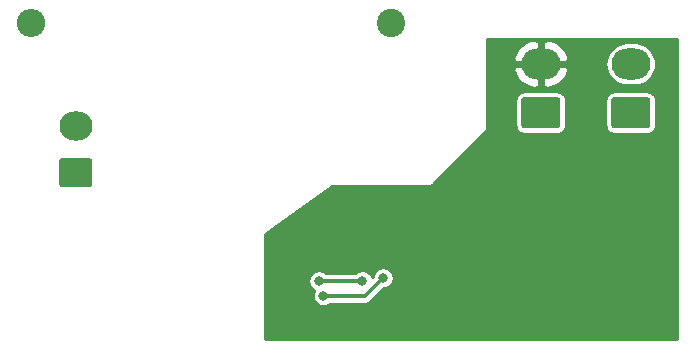
<source format=gbr>
%TF.GenerationSoftware,KiCad,Pcbnew,5.1.7-a382d34a8~88~ubuntu18.04.1*%
%TF.CreationDate,2021-02-25T09:43:27-05:00*%
%TF.ProjectId,TSAL,5453414c-2e6b-4696-9361-645f70636258,rev?*%
%TF.SameCoordinates,Original*%
%TF.FileFunction,Copper,L2,Bot*%
%TF.FilePolarity,Positive*%
%FSLAX46Y46*%
G04 Gerber Fmt 4.6, Leading zero omitted, Abs format (unit mm)*
G04 Created by KiCad (PCBNEW 5.1.7-a382d34a8~88~ubuntu18.04.1) date 2021-02-25 09:43:27*
%MOMM*%
%LPD*%
G01*
G04 APERTURE LIST*
%TA.AperFunction,ComponentPad*%
%ADD10O,2.400000X2.400000*%
%TD*%
%TA.AperFunction,ComponentPad*%
%ADD11C,2.400000*%
%TD*%
%TA.AperFunction,ComponentPad*%
%ADD12O,3.300000X2.640000*%
%TD*%
%TA.AperFunction,ComponentPad*%
%ADD13O,2.800000X2.460000*%
%TD*%
%TA.AperFunction,ViaPad*%
%ADD14C,0.800000*%
%TD*%
%TA.AperFunction,Conductor*%
%ADD15C,0.360000*%
%TD*%
%TA.AperFunction,Conductor*%
%ADD16C,0.254000*%
%TD*%
%TA.AperFunction,Conductor*%
%ADD17C,0.100000*%
%TD*%
G04 APERTURE END LIST*
D10*
%TO.P,R1,2*%
%TO.N,/HV+*%
X128270000Y-71120000D03*
D11*
%TO.P,R1,1*%
%TO.N,Net-(R1-Pad1)*%
X158750000Y-71120000D03*
%TD*%
D12*
%TO.P,J3,2*%
%TO.N,+12V*%
X179070000Y-74600000D03*
%TO.P,J3,1*%
%TO.N,/RED_ON*%
%TA.AperFunction,ComponentPad*%
G36*
G01*
X180720000Y-77670000D02*
X180720000Y-79810000D01*
G75*
G02*
X180470000Y-80060000I-250000J0D01*
G01*
X177670000Y-80060000D01*
G75*
G02*
X177420000Y-79810000I0J250000D01*
G01*
X177420000Y-77670000D01*
G75*
G02*
X177670000Y-77420000I250000J0D01*
G01*
X180470000Y-77420000D01*
G75*
G02*
X180720000Y-77670000I0J-250000D01*
G01*
G37*
%TD.AperFunction*%
%TD*%
%TO.P,J2,2*%
%TO.N,GND*%
X171450000Y-74600000D03*
%TO.P,J2,1*%
%TO.N,+12V*%
%TA.AperFunction,ComponentPad*%
G36*
G01*
X173100000Y-77670000D02*
X173100000Y-79810000D01*
G75*
G02*
X172850000Y-80060000I-250000J0D01*
G01*
X170050000Y-80060000D01*
G75*
G02*
X169800000Y-79810000I0J250000D01*
G01*
X169800000Y-77670000D01*
G75*
G02*
X170050000Y-77420000I250000J0D01*
G01*
X172850000Y-77420000D01*
G75*
G02*
X173100000Y-77670000I0J-250000D01*
G01*
G37*
%TD.AperFunction*%
%TD*%
D13*
%TO.P,J1,2*%
%TO.N,/HV+*%
X132080000Y-79860000D03*
%TO.P,J1,1*%
%TO.N,/HV-*%
%TA.AperFunction,ComponentPad*%
G36*
G01*
X133230001Y-85050000D02*
X130929999Y-85050000D01*
G75*
G02*
X130680000Y-84800001I0J249999D01*
G01*
X130680000Y-82839999D01*
G75*
G02*
X130929999Y-82590000I249999J0D01*
G01*
X133230001Y-82590000D01*
G75*
G02*
X133480000Y-82839999I0J-249999D01*
G01*
X133480000Y-84800001D01*
G75*
G02*
X133230001Y-85050000I-249999J0D01*
G01*
G37*
%TD.AperFunction*%
%TD*%
D14*
%TO.N,GND*%
X168148000Y-82804000D03*
X166878000Y-83820000D03*
X165608000Y-84836000D03*
X160274000Y-88646000D03*
X158750000Y-88646000D03*
X156972000Y-88646000D03*
X153670000Y-91821000D03*
X151765000Y-88392000D03*
X153670000Y-96012000D03*
X182372000Y-92964000D03*
X182372000Y-94488000D03*
X182372000Y-96012000D03*
X182372000Y-97536000D03*
X171704000Y-92964000D03*
X171704000Y-94488000D03*
X171704000Y-96012000D03*
X171704000Y-97536000D03*
X177292000Y-92964000D03*
X177292000Y-94488000D03*
X177292000Y-96012000D03*
X177292000Y-97536000D03*
X149860000Y-88392000D03*
%TO.N,/pass*%
X158115000Y-92710000D03*
X153035000Y-94234000D03*
%TO.N,Net-(R3-Pad2)*%
X152654000Y-92964000D03*
X156355000Y-92964000D03*
%TD*%
D15*
%TO.N,/pass*%
X158115000Y-92710000D02*
X156591000Y-94234000D01*
X156591000Y-94234000D02*
X153035000Y-94234000D01*
%TO.N,Net-(R3-Pad2)*%
X152654000Y-92964000D02*
X156355000Y-92964000D01*
%TD*%
D16*
%TO.N,GND*%
X183003001Y-97764852D02*
X183003001Y-97913000D01*
X148082000Y-97913000D01*
X148082000Y-92876638D01*
X151767000Y-92876638D01*
X151767000Y-93051362D01*
X151801087Y-93222728D01*
X151867951Y-93384152D01*
X151965022Y-93529430D01*
X152088570Y-93652978D01*
X152233848Y-93750049D01*
X152279065Y-93768779D01*
X152248951Y-93813848D01*
X152182087Y-93975272D01*
X152148000Y-94146638D01*
X152148000Y-94321362D01*
X152182087Y-94492728D01*
X152248951Y-94654152D01*
X152346022Y-94799430D01*
X152469570Y-94922978D01*
X152614848Y-95020049D01*
X152776272Y-95086913D01*
X152947638Y-95121000D01*
X153122362Y-95121000D01*
X153293728Y-95086913D01*
X153455152Y-95020049D01*
X153600430Y-94922978D01*
X153622408Y-94901000D01*
X156558246Y-94901000D01*
X156591000Y-94904226D01*
X156623754Y-94901000D01*
X156623765Y-94901000D01*
X156721755Y-94891349D01*
X156847485Y-94853209D01*
X156963358Y-94791273D01*
X157064922Y-94707922D01*
X157085813Y-94682466D01*
X158171280Y-93597000D01*
X158202362Y-93597000D01*
X158373728Y-93562913D01*
X158535152Y-93496049D01*
X158680430Y-93398978D01*
X158803978Y-93275430D01*
X158901049Y-93130152D01*
X158967913Y-92968728D01*
X159002000Y-92797362D01*
X159002000Y-92622638D01*
X158967913Y-92451272D01*
X158901049Y-92289848D01*
X158803978Y-92144570D01*
X158680430Y-92021022D01*
X158535152Y-91923951D01*
X158373728Y-91857087D01*
X158202362Y-91823000D01*
X158027638Y-91823000D01*
X157856272Y-91857087D01*
X157694848Y-91923951D01*
X157549570Y-92021022D01*
X157426022Y-92144570D01*
X157328951Y-92289848D01*
X157262087Y-92451272D01*
X157228000Y-92622638D01*
X157228000Y-92653720D01*
X157198697Y-92683023D01*
X157141049Y-92543848D01*
X157043978Y-92398570D01*
X156920430Y-92275022D01*
X156775152Y-92177951D01*
X156613728Y-92111087D01*
X156442362Y-92077000D01*
X156267638Y-92077000D01*
X156096272Y-92111087D01*
X155934848Y-92177951D01*
X155789570Y-92275022D01*
X155767592Y-92297000D01*
X153241408Y-92297000D01*
X153219430Y-92275022D01*
X153074152Y-92177951D01*
X152912728Y-92111087D01*
X152741362Y-92077000D01*
X152566638Y-92077000D01*
X152395272Y-92111087D01*
X152233848Y-92177951D01*
X152088570Y-92275022D01*
X151965022Y-92398570D01*
X151867951Y-92543848D01*
X151801087Y-92705272D01*
X151767000Y-92876638D01*
X148082000Y-92876638D01*
X148082000Y-88966123D01*
X153795033Y-84967000D01*
X161899860Y-84967000D01*
X161925000Y-84969476D01*
X161950140Y-84967000D01*
X161950148Y-84967000D01*
X162025369Y-84959591D01*
X162121882Y-84930315D01*
X162210828Y-84882772D01*
X162288790Y-84818790D01*
X162304827Y-84799249D01*
X166714255Y-80389822D01*
X166733790Y-80373790D01*
X166797772Y-80295828D01*
X166845315Y-80206882D01*
X166874591Y-80110369D01*
X166882000Y-80035148D01*
X166882000Y-80035141D01*
X166884476Y-80010001D01*
X166882000Y-79984860D01*
X166882000Y-77670000D01*
X169310644Y-77670000D01*
X169310644Y-79810000D01*
X169324851Y-79954241D01*
X169366924Y-80092939D01*
X169435248Y-80220764D01*
X169527196Y-80332804D01*
X169639236Y-80424752D01*
X169767061Y-80493076D01*
X169905759Y-80535149D01*
X170050000Y-80549356D01*
X172850000Y-80549356D01*
X172994241Y-80535149D01*
X173132939Y-80493076D01*
X173260764Y-80424752D01*
X173372804Y-80332804D01*
X173464752Y-80220764D01*
X173533076Y-80092939D01*
X173575149Y-79954241D01*
X173589356Y-79810000D01*
X173589356Y-77670000D01*
X176930644Y-77670000D01*
X176930644Y-79810000D01*
X176944851Y-79954241D01*
X176986924Y-80092939D01*
X177055248Y-80220764D01*
X177147196Y-80332804D01*
X177259236Y-80424752D01*
X177387061Y-80493076D01*
X177525759Y-80535149D01*
X177670000Y-80549356D01*
X180470000Y-80549356D01*
X180614241Y-80535149D01*
X180752939Y-80493076D01*
X180880764Y-80424752D01*
X180992804Y-80332804D01*
X181084752Y-80220764D01*
X181153076Y-80092939D01*
X181195149Y-79954241D01*
X181209356Y-79810000D01*
X181209356Y-77670000D01*
X181195149Y-77525759D01*
X181153076Y-77387061D01*
X181084752Y-77259236D01*
X180992804Y-77147196D01*
X180880764Y-77055248D01*
X180752939Y-76986924D01*
X180614241Y-76944851D01*
X180470000Y-76930644D01*
X177670000Y-76930644D01*
X177525759Y-76944851D01*
X177387061Y-76986924D01*
X177259236Y-77055248D01*
X177147196Y-77147196D01*
X177055248Y-77259236D01*
X176986924Y-77387061D01*
X176944851Y-77525759D01*
X176930644Y-77670000D01*
X173589356Y-77670000D01*
X173575149Y-77525759D01*
X173533076Y-77387061D01*
X173464752Y-77259236D01*
X173372804Y-77147196D01*
X173260764Y-77055248D01*
X173132939Y-76986924D01*
X172994241Y-76944851D01*
X172850000Y-76930644D01*
X170050000Y-76930644D01*
X169905759Y-76944851D01*
X169767061Y-76986924D01*
X169639236Y-77055248D01*
X169527196Y-77147196D01*
X169435248Y-77259236D01*
X169366924Y-77387061D01*
X169324851Y-77525759D01*
X169310644Y-77670000D01*
X166882000Y-77670000D01*
X166882000Y-75089946D01*
X169132499Y-75089946D01*
X169159773Y-75232069D01*
X169320749Y-75602345D01*
X169550869Y-75934102D01*
X169841290Y-76214590D01*
X170180851Y-76433030D01*
X170556503Y-76581028D01*
X170953810Y-76652896D01*
X171277000Y-76471869D01*
X171277000Y-74773000D01*
X171623000Y-74773000D01*
X171623000Y-76471869D01*
X171946190Y-76652896D01*
X172343497Y-76581028D01*
X172719149Y-76433030D01*
X173058710Y-76214590D01*
X173349131Y-75934102D01*
X173579251Y-75602345D01*
X173740227Y-75232069D01*
X173767501Y-75089946D01*
X173637210Y-74773000D01*
X171623000Y-74773000D01*
X171277000Y-74773000D01*
X169262790Y-74773000D01*
X169132499Y-75089946D01*
X166882000Y-75089946D01*
X166882000Y-74600000D01*
X176924257Y-74600000D01*
X176959146Y-74954234D01*
X177062472Y-75294855D01*
X177230265Y-75608773D01*
X177456076Y-75883924D01*
X177731227Y-76109735D01*
X178045145Y-76277528D01*
X178385766Y-76380854D01*
X178651231Y-76407000D01*
X179488769Y-76407000D01*
X179754234Y-76380854D01*
X180094855Y-76277528D01*
X180408773Y-76109735D01*
X180683924Y-75883924D01*
X180909735Y-75608773D01*
X181077528Y-75294855D01*
X181180854Y-74954234D01*
X181215743Y-74600000D01*
X181180854Y-74245766D01*
X181077528Y-73905145D01*
X180909735Y-73591227D01*
X180683924Y-73316076D01*
X180408773Y-73090265D01*
X180094855Y-72922472D01*
X179754234Y-72819146D01*
X179488769Y-72793000D01*
X178651231Y-72793000D01*
X178385766Y-72819146D01*
X178045145Y-72922472D01*
X177731227Y-73090265D01*
X177456076Y-73316076D01*
X177230265Y-73591227D01*
X177062472Y-73905145D01*
X176959146Y-74245766D01*
X176924257Y-74600000D01*
X166882000Y-74600000D01*
X166882000Y-74110054D01*
X169132499Y-74110054D01*
X169262790Y-74427000D01*
X171277000Y-74427000D01*
X171277000Y-72728131D01*
X171623000Y-72728131D01*
X171623000Y-74427000D01*
X173637210Y-74427000D01*
X173767501Y-74110054D01*
X173740227Y-73967931D01*
X173579251Y-73597655D01*
X173349131Y-73265898D01*
X173058710Y-72985410D01*
X172719149Y-72766970D01*
X172343497Y-72618972D01*
X171946190Y-72547104D01*
X171623000Y-72728131D01*
X171277000Y-72728131D01*
X170953810Y-72547104D01*
X170556503Y-72618972D01*
X170180851Y-72766970D01*
X169841290Y-72985410D01*
X169550869Y-73265898D01*
X169320749Y-73597655D01*
X169159773Y-73967931D01*
X169132499Y-74110054D01*
X166882000Y-74110054D01*
X166882000Y-72517000D01*
X183003000Y-72517000D01*
X183003001Y-97764852D01*
%TA.AperFunction,Conductor*%
D17*
G36*
X183003001Y-97764852D02*
G01*
X183003001Y-97913000D01*
X148082000Y-97913000D01*
X148082000Y-92876638D01*
X151767000Y-92876638D01*
X151767000Y-93051362D01*
X151801087Y-93222728D01*
X151867951Y-93384152D01*
X151965022Y-93529430D01*
X152088570Y-93652978D01*
X152233848Y-93750049D01*
X152279065Y-93768779D01*
X152248951Y-93813848D01*
X152182087Y-93975272D01*
X152148000Y-94146638D01*
X152148000Y-94321362D01*
X152182087Y-94492728D01*
X152248951Y-94654152D01*
X152346022Y-94799430D01*
X152469570Y-94922978D01*
X152614848Y-95020049D01*
X152776272Y-95086913D01*
X152947638Y-95121000D01*
X153122362Y-95121000D01*
X153293728Y-95086913D01*
X153455152Y-95020049D01*
X153600430Y-94922978D01*
X153622408Y-94901000D01*
X156558246Y-94901000D01*
X156591000Y-94904226D01*
X156623754Y-94901000D01*
X156623765Y-94901000D01*
X156721755Y-94891349D01*
X156847485Y-94853209D01*
X156963358Y-94791273D01*
X157064922Y-94707922D01*
X157085813Y-94682466D01*
X158171280Y-93597000D01*
X158202362Y-93597000D01*
X158373728Y-93562913D01*
X158535152Y-93496049D01*
X158680430Y-93398978D01*
X158803978Y-93275430D01*
X158901049Y-93130152D01*
X158967913Y-92968728D01*
X159002000Y-92797362D01*
X159002000Y-92622638D01*
X158967913Y-92451272D01*
X158901049Y-92289848D01*
X158803978Y-92144570D01*
X158680430Y-92021022D01*
X158535152Y-91923951D01*
X158373728Y-91857087D01*
X158202362Y-91823000D01*
X158027638Y-91823000D01*
X157856272Y-91857087D01*
X157694848Y-91923951D01*
X157549570Y-92021022D01*
X157426022Y-92144570D01*
X157328951Y-92289848D01*
X157262087Y-92451272D01*
X157228000Y-92622638D01*
X157228000Y-92653720D01*
X157198697Y-92683023D01*
X157141049Y-92543848D01*
X157043978Y-92398570D01*
X156920430Y-92275022D01*
X156775152Y-92177951D01*
X156613728Y-92111087D01*
X156442362Y-92077000D01*
X156267638Y-92077000D01*
X156096272Y-92111087D01*
X155934848Y-92177951D01*
X155789570Y-92275022D01*
X155767592Y-92297000D01*
X153241408Y-92297000D01*
X153219430Y-92275022D01*
X153074152Y-92177951D01*
X152912728Y-92111087D01*
X152741362Y-92077000D01*
X152566638Y-92077000D01*
X152395272Y-92111087D01*
X152233848Y-92177951D01*
X152088570Y-92275022D01*
X151965022Y-92398570D01*
X151867951Y-92543848D01*
X151801087Y-92705272D01*
X151767000Y-92876638D01*
X148082000Y-92876638D01*
X148082000Y-88966123D01*
X153795033Y-84967000D01*
X161899860Y-84967000D01*
X161925000Y-84969476D01*
X161950140Y-84967000D01*
X161950148Y-84967000D01*
X162025369Y-84959591D01*
X162121882Y-84930315D01*
X162210828Y-84882772D01*
X162288790Y-84818790D01*
X162304827Y-84799249D01*
X166714255Y-80389822D01*
X166733790Y-80373790D01*
X166797772Y-80295828D01*
X166845315Y-80206882D01*
X166874591Y-80110369D01*
X166882000Y-80035148D01*
X166882000Y-80035141D01*
X166884476Y-80010001D01*
X166882000Y-79984860D01*
X166882000Y-77670000D01*
X169310644Y-77670000D01*
X169310644Y-79810000D01*
X169324851Y-79954241D01*
X169366924Y-80092939D01*
X169435248Y-80220764D01*
X169527196Y-80332804D01*
X169639236Y-80424752D01*
X169767061Y-80493076D01*
X169905759Y-80535149D01*
X170050000Y-80549356D01*
X172850000Y-80549356D01*
X172994241Y-80535149D01*
X173132939Y-80493076D01*
X173260764Y-80424752D01*
X173372804Y-80332804D01*
X173464752Y-80220764D01*
X173533076Y-80092939D01*
X173575149Y-79954241D01*
X173589356Y-79810000D01*
X173589356Y-77670000D01*
X176930644Y-77670000D01*
X176930644Y-79810000D01*
X176944851Y-79954241D01*
X176986924Y-80092939D01*
X177055248Y-80220764D01*
X177147196Y-80332804D01*
X177259236Y-80424752D01*
X177387061Y-80493076D01*
X177525759Y-80535149D01*
X177670000Y-80549356D01*
X180470000Y-80549356D01*
X180614241Y-80535149D01*
X180752939Y-80493076D01*
X180880764Y-80424752D01*
X180992804Y-80332804D01*
X181084752Y-80220764D01*
X181153076Y-80092939D01*
X181195149Y-79954241D01*
X181209356Y-79810000D01*
X181209356Y-77670000D01*
X181195149Y-77525759D01*
X181153076Y-77387061D01*
X181084752Y-77259236D01*
X180992804Y-77147196D01*
X180880764Y-77055248D01*
X180752939Y-76986924D01*
X180614241Y-76944851D01*
X180470000Y-76930644D01*
X177670000Y-76930644D01*
X177525759Y-76944851D01*
X177387061Y-76986924D01*
X177259236Y-77055248D01*
X177147196Y-77147196D01*
X177055248Y-77259236D01*
X176986924Y-77387061D01*
X176944851Y-77525759D01*
X176930644Y-77670000D01*
X173589356Y-77670000D01*
X173575149Y-77525759D01*
X173533076Y-77387061D01*
X173464752Y-77259236D01*
X173372804Y-77147196D01*
X173260764Y-77055248D01*
X173132939Y-76986924D01*
X172994241Y-76944851D01*
X172850000Y-76930644D01*
X170050000Y-76930644D01*
X169905759Y-76944851D01*
X169767061Y-76986924D01*
X169639236Y-77055248D01*
X169527196Y-77147196D01*
X169435248Y-77259236D01*
X169366924Y-77387061D01*
X169324851Y-77525759D01*
X169310644Y-77670000D01*
X166882000Y-77670000D01*
X166882000Y-75089946D01*
X169132499Y-75089946D01*
X169159773Y-75232069D01*
X169320749Y-75602345D01*
X169550869Y-75934102D01*
X169841290Y-76214590D01*
X170180851Y-76433030D01*
X170556503Y-76581028D01*
X170953810Y-76652896D01*
X171277000Y-76471869D01*
X171277000Y-74773000D01*
X171623000Y-74773000D01*
X171623000Y-76471869D01*
X171946190Y-76652896D01*
X172343497Y-76581028D01*
X172719149Y-76433030D01*
X173058710Y-76214590D01*
X173349131Y-75934102D01*
X173579251Y-75602345D01*
X173740227Y-75232069D01*
X173767501Y-75089946D01*
X173637210Y-74773000D01*
X171623000Y-74773000D01*
X171277000Y-74773000D01*
X169262790Y-74773000D01*
X169132499Y-75089946D01*
X166882000Y-75089946D01*
X166882000Y-74600000D01*
X176924257Y-74600000D01*
X176959146Y-74954234D01*
X177062472Y-75294855D01*
X177230265Y-75608773D01*
X177456076Y-75883924D01*
X177731227Y-76109735D01*
X178045145Y-76277528D01*
X178385766Y-76380854D01*
X178651231Y-76407000D01*
X179488769Y-76407000D01*
X179754234Y-76380854D01*
X180094855Y-76277528D01*
X180408773Y-76109735D01*
X180683924Y-75883924D01*
X180909735Y-75608773D01*
X181077528Y-75294855D01*
X181180854Y-74954234D01*
X181215743Y-74600000D01*
X181180854Y-74245766D01*
X181077528Y-73905145D01*
X180909735Y-73591227D01*
X180683924Y-73316076D01*
X180408773Y-73090265D01*
X180094855Y-72922472D01*
X179754234Y-72819146D01*
X179488769Y-72793000D01*
X178651231Y-72793000D01*
X178385766Y-72819146D01*
X178045145Y-72922472D01*
X177731227Y-73090265D01*
X177456076Y-73316076D01*
X177230265Y-73591227D01*
X177062472Y-73905145D01*
X176959146Y-74245766D01*
X176924257Y-74600000D01*
X166882000Y-74600000D01*
X166882000Y-74110054D01*
X169132499Y-74110054D01*
X169262790Y-74427000D01*
X171277000Y-74427000D01*
X171277000Y-72728131D01*
X171623000Y-72728131D01*
X171623000Y-74427000D01*
X173637210Y-74427000D01*
X173767501Y-74110054D01*
X173740227Y-73967931D01*
X173579251Y-73597655D01*
X173349131Y-73265898D01*
X173058710Y-72985410D01*
X172719149Y-72766970D01*
X172343497Y-72618972D01*
X171946190Y-72547104D01*
X171623000Y-72728131D01*
X171277000Y-72728131D01*
X170953810Y-72547104D01*
X170556503Y-72618972D01*
X170180851Y-72766970D01*
X169841290Y-72985410D01*
X169550869Y-73265898D01*
X169320749Y-73597655D01*
X169159773Y-73967931D01*
X169132499Y-74110054D01*
X166882000Y-74110054D01*
X166882000Y-72517000D01*
X183003000Y-72517000D01*
X183003001Y-97764852D01*
G37*
%TD.AperFunction*%
%TD*%
M02*

</source>
